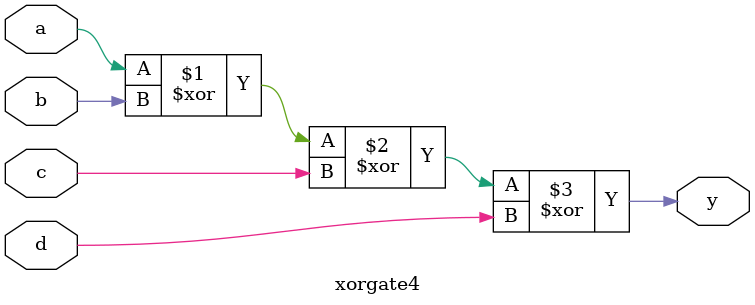
<source format=v>
`timescale 1ns / 1ps
module xorgate4(a,b,c,d,y);
input a,b,c,d;
output y;
assign y = a^b^c^d;
endmodule

</source>
